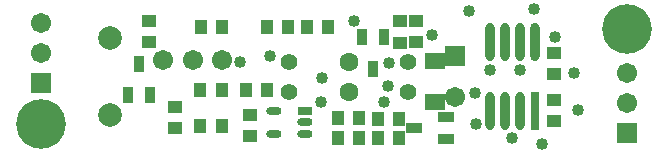
<source format=gbs>
%FSTAX24Y24*%
%MOIN*%
G70*
G01*
G75*
G04 Layer_Color=8388736*
%ADD10R,0.0374X0.0315*%
%ADD11R,0.0807X0.0886*%
%ADD12R,0.0492X0.0630*%
%ADD13R,0.0315X0.0374*%
%ADD14R,0.0472X0.0256*%
%ADD15R,0.0256X0.0472*%
%ADD16R,0.0630X0.0630*%
%ADD17O,0.0472X0.0217*%
%ADD18R,0.0472X0.0217*%
%ADD19C,0.0100*%
%ADD20C,0.0591*%
%ADD21R,0.0591X0.0591*%
%ADD22C,0.0472*%
%ADD23C,0.0551*%
%ADD24C,0.1575*%
%ADD25C,0.0709*%
%ADD26C,0.0320*%
%ADD27R,0.0630X0.0492*%
%ADD28O,0.0236X0.1204*%
%ADD29O,0.0236X0.1200*%
%ADD30R,0.0236X0.1200*%
%ADD31C,0.0197*%
%ADD32C,0.0079*%
%ADD33C,0.0080*%
%ADD34C,0.0039*%
%ADD35C,0.0004*%
%ADD36R,0.0454X0.0395*%
%ADD37R,0.0887X0.0966*%
%ADD38R,0.0572X0.0710*%
%ADD39R,0.0395X0.0454*%
%ADD40R,0.0552X0.0336*%
%ADD41R,0.0336X0.0552*%
%ADD42R,0.0710X0.0710*%
%ADD43O,0.0512X0.0256*%
%ADD44R,0.0512X0.0256*%
%ADD45C,0.0671*%
%ADD46R,0.0671X0.0671*%
%ADD47C,0.0552*%
%ADD48C,0.0631*%
%ADD49C,0.1655*%
%ADD50C,0.0789*%
%ADD51C,0.0400*%
%ADD52R,0.0710X0.0572*%
%ADD53O,0.0316X0.1284*%
%ADD54O,0.0316X0.1280*%
%ADD55R,0.0316X0.1280*%
D36*
X234455Y142246D02*
D03*
Y142954D02*
D03*
X241936Y1458D02*
D03*
Y145092D02*
D03*
X24249Y145804D02*
D03*
Y145096D02*
D03*
X236944Y142688D02*
D03*
Y141979D02*
D03*
X233575Y145824D02*
D03*
Y145116D02*
D03*
X247081Y144753D02*
D03*
Y144044D02*
D03*
X247081Y143188D02*
D03*
Y14248D02*
D03*
D39*
X23531Y145619D02*
D03*
X236019D02*
D03*
X236009Y1435D02*
D03*
X235301D02*
D03*
X235301Y1423D02*
D03*
X236009D02*
D03*
X239892Y142566D02*
D03*
X2406D02*
D03*
X241225Y142558D02*
D03*
X241934D02*
D03*
X239882Y141926D02*
D03*
X24059D02*
D03*
X241212D02*
D03*
X24192D02*
D03*
X237515Y143523D02*
D03*
X236806D02*
D03*
X239552Y1456D02*
D03*
X238843D02*
D03*
X237524D02*
D03*
X238233D02*
D03*
D40*
X243478Y141876D02*
D03*
Y142624D02*
D03*
X242433Y14225D02*
D03*
D41*
X232881Y143334D02*
D03*
X233629D02*
D03*
X233255Y144379D02*
D03*
X24142Y145268D02*
D03*
X240672D02*
D03*
X241046Y144223D02*
D03*
D43*
X238778Y142062D02*
D03*
Y142436D02*
D03*
X237744Y142062D02*
D03*
Y14281D02*
D03*
D44*
X238778Y14281D02*
D03*
D45*
X249532Y144077D02*
D03*
Y143077D02*
D03*
X229976Y144759D02*
D03*
Y145759D02*
D03*
X2438Y143267D02*
D03*
X235036Y14452D02*
D03*
X234041D02*
D03*
X236031D02*
D03*
D46*
X249532Y142077D02*
D03*
X229976Y143759D02*
D03*
X2438Y144645D02*
D03*
D47*
X242229Y144456D02*
D03*
Y143456D02*
D03*
X238263Y144456D02*
D03*
Y143456D02*
D03*
D48*
X24025Y143456D02*
D03*
Y144456D02*
D03*
D49*
X249532Y145531D02*
D03*
X229976Y142381D02*
D03*
D50*
X232288Y142676D02*
D03*
Y145235D02*
D03*
D51*
X247879Y142836D02*
D03*
X247761Y144064D02*
D03*
X246406Y146206D02*
D03*
X245954Y144166D02*
D03*
X244954D02*
D03*
X239316Y143106D02*
D03*
X244436Y143416D02*
D03*
X241536Y143646D02*
D03*
X240409Y145797D02*
D03*
X243016Y145334D02*
D03*
X247131Y145265D02*
D03*
X246669Y141702D02*
D03*
X236629Y144438D02*
D03*
X239355Y143917D02*
D03*
X237613Y144645D02*
D03*
X245694Y141899D02*
D03*
X244493Y142391D02*
D03*
X241427Y143113D02*
D03*
X244267Y146151D02*
D03*
X241589Y144409D02*
D03*
D52*
X243105Y144479D02*
D03*
Y143121D02*
D03*
D53*
X246454Y145106D02*
D03*
D54*
X244954D02*
D03*
X245954Y142806D02*
D03*
X245454D02*
D03*
X244954D02*
D03*
X245954Y145106D02*
D03*
X245454D02*
D03*
D55*
X246454Y142806D02*
D03*
M02*

</source>
